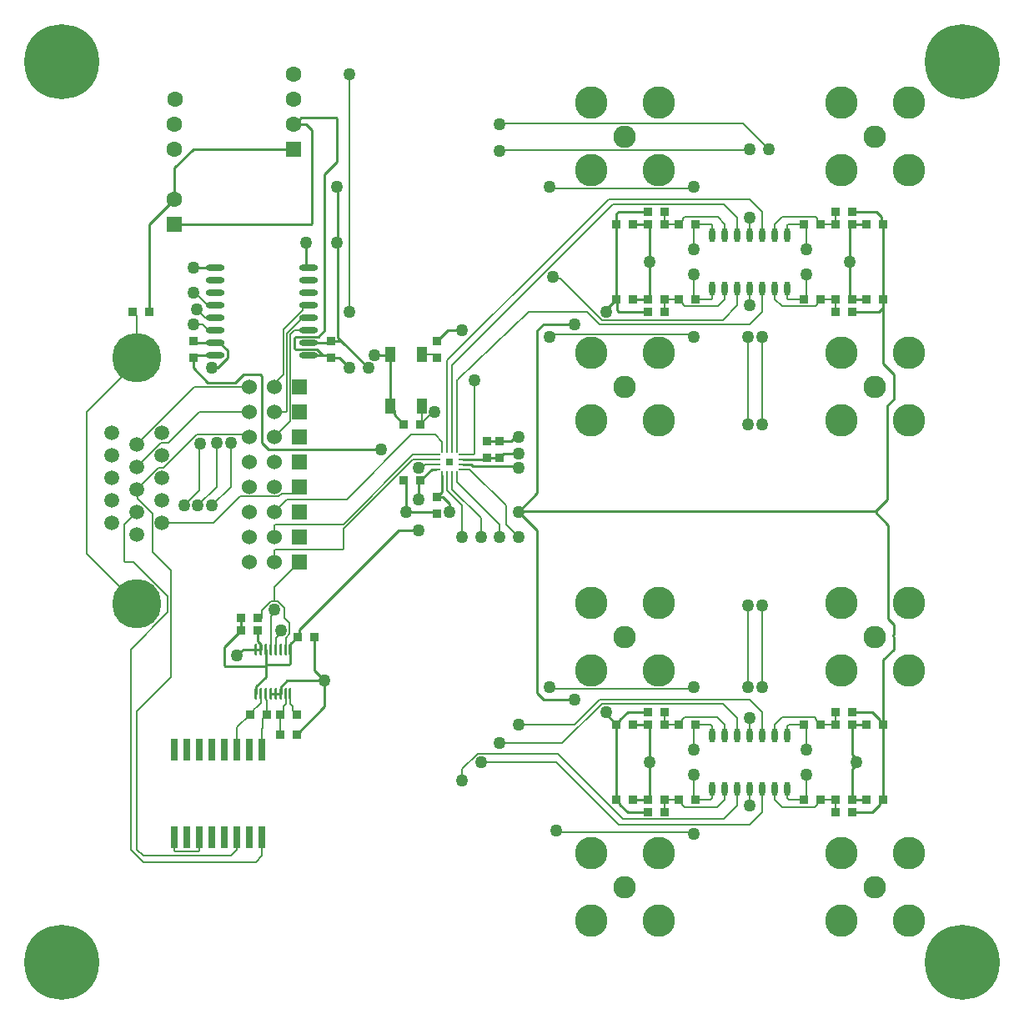
<source format=gtl>
G04*
G04 #@! TF.GenerationSoftware,Altium Limited,Altium Designer,20.1.12 (249)*
G04*
G04 Layer_Physical_Order=1*
G04 Layer_Color=255*
%FSLAX25Y25*%
%MOIN*%
G70*
G04*
G04 #@! TF.SameCoordinates,69E86C78-A60B-413B-87A9-659EDA75703A*
G04*
G04*
G04 #@! TF.FilePolarity,Positive*
G04*
G01*
G75*
%ADD14C,0.01000*%
%ADD39R,0.03740X0.03740*%
%ADD40R,0.03000X0.09000*%
%ADD41O,0.01000X0.05315*%
%ADD42R,0.03740X0.03740*%
%ADD43O,0.00984X0.03937*%
%ADD44O,0.03937X0.00984*%
%ADD45R,0.03150X0.03150*%
%ADD46O,0.07480X0.02362*%
%ADD47R,0.03937X0.06102*%
%ADD48O,0.02362X0.05709*%
%ADD49C,0.00600*%
%ADD50C,0.19685*%
%ADD51C,0.05906*%
%ADD52R,0.06299X0.06299*%
%ADD53C,0.06299*%
%ADD54C,0.02362*%
%ADD55R,0.06000X0.06000*%
%ADD56C,0.06000*%
%ADD57C,0.03000*%
%ADD58C,0.30000*%
%ADD59C,0.13000*%
%ADD60C,0.09000*%
%ADD61C,0.05000*%
D14*
X657500Y250000D02*
G03*
X657448Y250762I-5600J0D01*
G01*
X507500Y300249D02*
X650248D01*
X517500Y375000D02*
X530000D01*
X417793Y365517D02*
Y369414D01*
X418379Y370000D01*
X427500D01*
X417793Y365517D02*
X418379Y364931D01*
X426772D01*
X427500Y370000D02*
X430000Y372500D01*
X652733Y415613D02*
Y417784D01*
Y415613D02*
X653346Y415000D01*
X640846Y420000D02*
X650518D01*
X652733Y417784D01*
X515000Y307500D02*
Y372500D01*
X517500Y375000D01*
X515000Y227500D02*
X517500Y225000D01*
X530000D01*
X515000Y227500D02*
Y292500D01*
X657500Y245000D02*
Y250000D01*
X657448Y250762D02*
X657500Y250814D01*
Y255000D01*
X655400Y257100D02*
Y260806D01*
Y257100D02*
X657500Y255000D01*
X655400Y260941D02*
Y294600D01*
X655400Y260806D02*
X655400Y260941D01*
X653346Y240846D02*
X657500Y245000D01*
X653346Y215000D02*
Y240846D01*
X654707Y357793D02*
X657500Y355000D01*
Y345000D02*
Y355000D01*
X655000Y342500D02*
X657500Y345000D01*
X650248Y300249D02*
X655000Y305000D01*
Y342500D01*
X653346Y359154D02*
X654707Y357793D01*
X653346Y359154D02*
Y381611D01*
X640846Y380000D02*
X651735D01*
X653346Y381611D01*
Y385000D01*
Y415000D01*
X546654D02*
Y419153D01*
X547500Y420000D01*
X559154D01*
X546783Y380717D02*
Y384870D01*
Y380717D02*
X547500Y380000D01*
X559154D01*
X546654Y385000D02*
X546783Y384870D01*
X546654Y385000D02*
Y415000D01*
X412453Y227240D02*
Y229953D01*
X415000Y232500D02*
X430000D01*
X412453Y229953D02*
X415000Y232500D01*
X416390Y244760D02*
Y247236D01*
Y239639D02*
Y244760D01*
X402610Y227240D02*
Y230110D01*
X406547Y234047D01*
Y238349D01*
Y239053D02*
X415804D01*
X416390Y239639D01*
X459482Y292500D02*
X467500D01*
X419767Y250613D02*
Y252784D01*
X416390Y247236D02*
X419767Y250613D01*
Y252784D02*
X459482Y292500D01*
X388069Y367500D02*
X391139Y364429D01*
Y361555D02*
Y364429D01*
X387084Y357500D02*
X391139Y361555D01*
X385000Y357500D02*
X387084D01*
X383400Y351600D02*
X394100D01*
X377500Y357500D02*
X383400Y351600D01*
X394100D02*
X397500Y355000D01*
X404402D01*
X377500Y357500D02*
Y361653D01*
X405000Y327500D02*
Y354402D01*
X407500Y325000D02*
X452500D01*
X405000Y327500D02*
X407500Y325000D01*
X404402Y355000D02*
X405000Y354402D01*
X429203Y362500D02*
X431653D01*
X426772Y364931D02*
X429203Y362500D01*
X423701D02*
X429203D01*
X456201Y342165D02*
X457869Y340497D01*
Y338784D02*
Y340497D01*
Y338784D02*
X461654Y335000D01*
X489378Y318122D02*
X506878D01*
X485413Y319016D02*
X488484D01*
X489378Y318122D01*
X507500Y300000D02*
Y300000D01*
Y300000D02*
X515000Y292500D01*
X507500Y300000D02*
X515000Y307500D01*
X369917Y454916D02*
X370000Y455000D01*
X377500Y361653D02*
X378346Y362500D01*
X390000Y238700D02*
X390352Y238349D01*
X386299Y367500D02*
X388069D01*
X395000Y242500D02*
X397500Y245000D01*
X406547Y238349D02*
Y239053D01*
X402610Y244760D02*
X404579D01*
Y246917D01*
X402425Y244945D02*
Y245000D01*
Y244945D02*
X402610Y244760D01*
X410484Y227240D02*
X412453D01*
X408516D02*
X410484D01*
X422500Y398314D02*
X423314Y397500D01*
X418227Y455000D02*
X422500D01*
X417500D02*
X418227D01*
X425846Y236653D02*
X430000Y232500D01*
X424649Y415000D02*
X425000Y415351D01*
X432500Y361653D02*
X435847D01*
X435270Y369730D02*
X436654Y368347D01*
X432500D02*
X436654D01*
X435000Y430000D02*
X435270Y429730D01*
X434649Y457500D02*
X435000Y457149D01*
X467500Y305000D02*
Y311653D01*
X474154Y300000D02*
X475000Y299153D01*
Y305847D02*
X477287D01*
X475000D02*
X477047Y307894D01*
X472820Y316974D02*
X474513D01*
X474587Y317047D01*
X475000Y368347D02*
X479153Y372500D01*
X494331Y320984D02*
X495000Y321654D01*
X500000D02*
X501446Y323100D01*
X504656Y328346D02*
X506309Y330000D01*
X370000Y425000D02*
Y437500D01*
X377500Y368347D02*
X378346Y367500D01*
X390000Y238700D02*
Y245847D01*
X396654Y252500D02*
Y257500D01*
X406547Y239053D02*
Y244760D01*
X403346Y248150D02*
Y252500D01*
Y248150D02*
X404579Y246917D01*
X422500Y398314D02*
Y407500D01*
X418227Y455000D02*
X420727Y457500D01*
X425846Y236653D02*
Y250000D01*
X461654Y312500D02*
X462500Y311653D01*
Y300000D02*
Y311653D01*
X467500D02*
X468347Y312500D01*
X477047Y307894D02*
Y314587D01*
X430000Y222153D02*
Y232500D01*
X425000Y415351D02*
Y452500D01*
X435000Y440000D02*
Y457149D01*
X430000Y372500D02*
Y435000D01*
X435270Y369730D02*
Y429730D01*
X378346Y362500D02*
X386299D01*
X378346Y367500D02*
X386299D01*
X377500Y397500D02*
X386299D01*
X390352Y238349D02*
X406547D01*
X397500Y245000D02*
X402425D01*
X431653Y362500D02*
X432500Y361653D01*
X423701Y367500D02*
X431653D01*
X423314Y397500D02*
X423701D01*
X422500Y455000D02*
X425000Y452500D01*
X420727Y457500D02*
X434649D01*
X480000Y300000D02*
Y303134D01*
Y300000D02*
X480000Y300000D01*
X462500D02*
X474154D01*
X468347Y312500D02*
X472820Y316974D01*
X455875Y362509D02*
X456201Y362835D01*
X495000Y321654D02*
X500000D01*
X485413Y320984D02*
X494331D01*
X500000Y328346D02*
X504656D01*
X495000D02*
X500000D01*
X370000Y437500D02*
X377500Y445000D01*
X390000Y245847D02*
X396654Y252500D01*
X436654Y368347D02*
X447500Y357500D01*
X435847Y361653D02*
X440000Y357500D01*
X431653Y367500D02*
X432500Y368347D01*
X430000Y435000D02*
X435000Y440000D01*
X477287Y305847D02*
X480000Y303134D01*
X360000Y415000D02*
X370000Y425000D01*
X456201Y342165D02*
Y362835D01*
X360000Y380000D02*
Y415000D01*
X450004Y362509D02*
X455875D01*
X479153Y372500D02*
X485000D01*
X418847Y211000D02*
X430000Y222153D01*
X370000Y415000D02*
X424649D01*
X377500Y445000D02*
X417500D01*
X501446Y323100D02*
X507500D01*
X506878Y318122D02*
X507500Y317500D01*
X506309Y330000D02*
X507500D01*
X650248Y299751D02*
Y300249D01*
Y299751D02*
X655400Y294600D01*
X542500Y380847D02*
X546654Y385000D01*
X542500Y380000D02*
Y380847D01*
Y219153D02*
X546654Y215000D01*
X542500Y219153D02*
Y220000D01*
X546654Y185000D02*
Y215000D01*
X653346Y185000D02*
Y215000D01*
X640000Y385846D02*
X640846Y385000D01*
X640000Y385846D02*
Y400000D01*
Y414153D02*
X640846Y415000D01*
X640000Y400000D02*
Y414153D01*
X559154Y385000D02*
X560000Y385846D01*
Y400000D01*
X559154Y415000D02*
X560000Y414153D01*
Y400000D02*
Y414153D01*
X640846Y385000D02*
X646654D01*
X640846Y415000D02*
X646654D01*
X553346D02*
X559154D01*
X553346Y385000D02*
X559154D01*
X640846Y202844D02*
Y215000D01*
Y202844D02*
X642500Y201191D01*
Y200000D02*
Y201191D01*
X640846Y185000D02*
Y197156D01*
X642500Y198809D01*
Y200000D01*
X548024Y183059D02*
X551082Y180000D01*
X559154D01*
X640846Y215000D02*
X646654D01*
X560000Y200000D02*
Y214154D01*
X559154Y215000D02*
X560000Y214154D01*
X648918Y220000D02*
X651976Y216941D01*
X640846Y220000D02*
X648918D01*
X640846Y185000D02*
X646654D01*
X651976Y216370D02*
Y216941D01*
Y216370D02*
X653346Y215000D01*
X553346D02*
X557500D01*
X559154Y185000D02*
X560000Y185846D01*
Y200000D01*
X548024Y216370D02*
Y216941D01*
X551082Y220000D01*
X546654Y215000D02*
X548024Y216370D01*
X551082Y220000D02*
X559154D01*
X553346Y185000D02*
X559154D01*
X648918Y180000D02*
X651976Y183059D01*
Y183630D02*
X653346Y185000D01*
X651976Y183059D02*
Y183630D01*
X548024Y183059D02*
Y183630D01*
X640846Y180000D02*
X648918D01*
X546654Y185000D02*
X548024Y183630D01*
D39*
X468347Y335000D02*
D03*
X461654D02*
D03*
X360000Y380000D02*
D03*
X353307D02*
D03*
X406847Y219000D02*
D03*
X400153D02*
D03*
X419153Y250000D02*
D03*
X425846D02*
D03*
X468347Y312500D02*
D03*
X461654D02*
D03*
X412153Y211000D02*
D03*
X418847D02*
D03*
Y219000D02*
D03*
X412153D02*
D03*
X396654Y252500D02*
D03*
X403346D02*
D03*
X396654Y257500D02*
D03*
X403346D02*
D03*
X571654Y215000D02*
D03*
X578346D02*
D03*
X546654D02*
D03*
X553346D02*
D03*
X559154Y220000D02*
D03*
X565846D02*
D03*
X559154Y215000D02*
D03*
X565846D02*
D03*
X571654Y185000D02*
D03*
X578346D02*
D03*
X559154D02*
D03*
X565846D02*
D03*
X559154Y180000D02*
D03*
X565846D02*
D03*
X653346Y415000D02*
D03*
X646654D02*
D03*
X628346D02*
D03*
X621654D02*
D03*
X640846Y420000D02*
D03*
X634154D02*
D03*
X640846Y415000D02*
D03*
X634154D02*
D03*
X571654D02*
D03*
X578346D02*
D03*
X559154Y420000D02*
D03*
X565846D02*
D03*
X559154Y415000D02*
D03*
X565846D02*
D03*
X653346Y215000D02*
D03*
X646654D02*
D03*
X653346Y185000D02*
D03*
X646654D02*
D03*
X546654Y415000D02*
D03*
X553346D02*
D03*
X653346Y385000D02*
D03*
X646654D02*
D03*
X628346D02*
D03*
X621654D02*
D03*
X640846Y380000D02*
D03*
X634154D02*
D03*
X640846Y385000D02*
D03*
X634154D02*
D03*
X559154D02*
D03*
X565846D02*
D03*
X628346Y215000D02*
D03*
X621654D02*
D03*
X640846Y220000D02*
D03*
X634154D02*
D03*
X640846Y215000D02*
D03*
X634154D02*
D03*
X628346Y185000D02*
D03*
X621654D02*
D03*
X640846Y180000D02*
D03*
X634154D02*
D03*
X640846Y185000D02*
D03*
X634154D02*
D03*
X546654Y385000D02*
D03*
X553346D02*
D03*
X546654Y185000D02*
D03*
X553346D02*
D03*
X571654Y385000D02*
D03*
X578346D02*
D03*
X559154Y380000D02*
D03*
X565846D02*
D03*
D40*
X390000Y170000D02*
D03*
X385000D02*
D03*
X380000D02*
D03*
X395000D02*
D03*
X400000D02*
D03*
X405000D02*
D03*
X370000D02*
D03*
X375000D02*
D03*
X405000Y205000D02*
D03*
X370000D02*
D03*
X375000D02*
D03*
X380000D02*
D03*
X385000D02*
D03*
X400000D02*
D03*
X395000D02*
D03*
X390000D02*
D03*
D41*
X402610Y227240D02*
D03*
X404579D02*
D03*
X406547D02*
D03*
X408516D02*
D03*
X410484D02*
D03*
X412453D02*
D03*
X414421D02*
D03*
X416390D02*
D03*
X402610Y244760D02*
D03*
X404579D02*
D03*
X406547D02*
D03*
X408516D02*
D03*
X410484D02*
D03*
X412453D02*
D03*
X414421D02*
D03*
X416390D02*
D03*
D42*
X475000Y305847D02*
D03*
Y299153D02*
D03*
Y368347D02*
D03*
Y361653D02*
D03*
X500000Y321654D02*
D03*
Y328346D02*
D03*
X377500Y361653D02*
D03*
Y368347D02*
D03*
X432500D02*
D03*
Y361653D02*
D03*
X495000Y321654D02*
D03*
Y328346D02*
D03*
D43*
X477047Y314587D02*
D03*
X479016D02*
D03*
X480984D02*
D03*
X482953D02*
D03*
Y325413D02*
D03*
X480984D02*
D03*
X479016D02*
D03*
X477047D02*
D03*
D44*
X485413Y317047D02*
D03*
Y319016D02*
D03*
Y320984D02*
D03*
Y322953D02*
D03*
X474587D02*
D03*
Y320984D02*
D03*
Y319016D02*
D03*
Y317047D02*
D03*
D45*
X480000Y320000D02*
D03*
D46*
X423701Y362500D02*
D03*
Y367500D02*
D03*
Y372500D02*
D03*
Y377500D02*
D03*
Y382500D02*
D03*
Y387500D02*
D03*
Y392500D02*
D03*
Y397500D02*
D03*
X386299Y362500D02*
D03*
Y367500D02*
D03*
Y372500D02*
D03*
Y377500D02*
D03*
Y382500D02*
D03*
Y387500D02*
D03*
Y392500D02*
D03*
Y397500D02*
D03*
D47*
X468799Y362835D02*
D03*
X456201D02*
D03*
X468799Y342165D02*
D03*
X456201D02*
D03*
D48*
X615000Y210728D02*
D03*
X610000D02*
D03*
X605000D02*
D03*
X600000D02*
D03*
X595000D02*
D03*
X590000D02*
D03*
X585000D02*
D03*
X615000Y189272D02*
D03*
X610000D02*
D03*
X605000D02*
D03*
X600000D02*
D03*
X595000D02*
D03*
X590000D02*
D03*
X585000D02*
D03*
X615000Y410728D02*
D03*
X610000D02*
D03*
X605000D02*
D03*
X600000D02*
D03*
X595000D02*
D03*
X590000D02*
D03*
X585000D02*
D03*
X615000Y389272D02*
D03*
X610000D02*
D03*
X605000D02*
D03*
X600000D02*
D03*
X595000D02*
D03*
X590000D02*
D03*
X585000D02*
D03*
D49*
X524203Y393297D02*
X540900Y376600D01*
X521703Y393297D02*
X524203D01*
X521154Y393846D02*
X521703Y393297D01*
X511561Y380000D02*
X535000D01*
X483304Y353056D02*
X511561Y380000D01*
X520842Y370842D02*
X522493D01*
X522551Y370900D01*
X535000Y380000D02*
X540000Y375000D01*
X575409Y370900D02*
X576309Y370000D01*
X522551Y370900D02*
X575409D01*
X480984Y358484D02*
X545270Y422770D01*
X589730D01*
X543495Y425000D02*
X600000D01*
X523495Y405000D02*
X543495Y425000D01*
X523495Y405000D02*
X523495D01*
X479016Y360521D02*
X523495Y405000D01*
X414548Y340000D02*
X414900Y340352D01*
X410000Y351300D02*
X413700Y355000D01*
X416100Y336627D02*
X416115Y336612D01*
X414900Y371258D02*
X421142Y377500D01*
X416100Y336627D02*
Y370748D01*
X410000Y350000D02*
Y351300D01*
X416115Y336115D02*
Y336612D01*
X416100Y370748D02*
X417851Y372500D01*
X410000Y330000D02*
X416115Y336115D01*
X413700Y355000D02*
Y373001D01*
X414900Y340352D02*
Y371258D01*
X410000Y340000D02*
X414548D01*
X413700Y373001D02*
X421117Y380419D01*
X520000Y370000D02*
X520842Y370842D01*
X485000Y290000D02*
Y302500D01*
X479016Y308484D02*
Y314587D01*
Y308484D02*
X485000Y302500D01*
X468799Y335453D02*
X473347Y340000D01*
X473900D01*
X468347Y335000D02*
X468799Y335453D01*
X464650Y330900D02*
X474100D01*
X438750Y305000D02*
X464650Y330900D01*
X474100D02*
X477047Y327953D01*
Y325413D02*
Y327953D01*
X502500Y295000D02*
Y302500D01*
X488078Y316922D02*
X502500Y302500D01*
X487235Y316974D02*
X487287Y316922D01*
X485413Y317047D02*
X485487Y316974D01*
X487235D01*
X487287Y316922D02*
X488078D01*
X355000Y165000D02*
X357500Y162500D01*
X355000Y308976D02*
X355325Y308651D01*
Y305124D02*
Y308651D01*
X354877Y361776D02*
X355000Y361653D01*
X353307Y380000D02*
X354877Y378430D01*
X363524Y317500D02*
X365508D01*
X364547Y327500D02*
X367500D01*
X370000Y164600D02*
X370352Y164249D01*
X369917Y445084D02*
X370000Y445000D01*
X379648Y164249D02*
X380000Y164600D01*
Y327184D02*
X380158Y327342D01*
X376600Y328592D02*
Y328592D01*
X378908Y330900D01*
X377500Y375000D02*
X381240D01*
X378831Y380900D02*
X382231Y377500D01*
X377504Y387509D02*
X378255D01*
X392500Y162500D02*
X394952Y164952D01*
Y169951D02*
X395000Y170000D01*
X405000Y213177D02*
X405276Y213453D01*
Y217430D02*
X406847Y219000D01*
X403211Y222315D02*
X404579Y223683D01*
X403180Y222315D02*
X403211D01*
X401724Y220859D02*
X403180Y222315D01*
X401724Y220570D02*
Y220859D01*
X406547Y224974D02*
X406847Y224675D01*
X406547Y224974D02*
Y227240D01*
X405000Y257500D02*
Y260708D01*
X413724Y222385D02*
X414421Y223083D01*
X413724Y220570D02*
Y222385D01*
X412153Y219000D02*
X413724Y220570D01*
X410484Y249707D02*
X412500Y251723D01*
Y252500D01*
X408516Y258225D02*
X410000Y259709D01*
X414070Y257500D02*
Y261638D01*
X410000Y259709D02*
Y260900D01*
Y264300D02*
X411408D01*
X408592D02*
X410000D01*
Y270000D01*
Y284648D02*
X410352Y285000D01*
X410000Y294649D02*
X410352Y295000D01*
X410000Y290000D02*
Y294649D01*
X411615Y306100D02*
X412815Y307300D01*
X417276Y220570D02*
X418847Y219000D01*
X417276Y220570D02*
Y222291D01*
X416390Y223177D02*
X417276Y222291D01*
X417300Y307300D02*
X420000Y310000D01*
X421117Y381686D02*
X421932Y382500D01*
X421117Y380419D02*
Y381686D01*
X437149Y285000D02*
X437500Y285351D01*
X468691Y317500D02*
X470206Y319016D01*
X467500Y317500D02*
X468691D01*
X473819Y362835D02*
X475000Y361653D01*
X485000Y192500D02*
Y197308D01*
X482953Y352704D02*
X483304Y353056D01*
X489547Y322953D02*
X490000Y323406D01*
X500000Y290000D02*
Y295000D01*
Y444400D02*
X500200Y444600D01*
X500000Y455000D02*
X500400Y455400D01*
X350000Y280351D02*
X350352Y280000D01*
X355000Y360000D02*
Y361653D01*
X354877Y361776D02*
Y378430D01*
X370000Y164600D02*
Y170000D01*
X380000Y164600D02*
Y170000D01*
X378255Y387509D02*
X383263Y382500D01*
X394952Y164952D02*
Y169951D01*
X395000Y205000D02*
Y213846D01*
X402500Y160000D02*
X405000Y162500D01*
Y205000D02*
Y213177D01*
X405276Y213453D02*
Y217430D01*
X404579Y223683D02*
Y227240D01*
X406847Y219000D02*
Y224675D01*
X412153Y211000D02*
Y219000D01*
X414421Y223083D02*
Y227240D01*
Y244760D02*
Y249613D01*
X408516Y244760D02*
Y258225D01*
X410484Y244760D02*
Y249707D01*
X411408Y264300D02*
X414070Y261638D01*
X410000Y280000D02*
Y284648D01*
Y300000D02*
X415000Y305000D01*
X416390Y223177D02*
Y227240D01*
X468799Y335453D02*
Y342165D01*
X480984Y309016D02*
Y314587D01*
X482953Y312047D02*
Y314587D01*
Y325413D02*
Y352704D01*
X335000Y283268D02*
Y340000D01*
X350000Y280351D02*
Y295000D01*
X355000Y165000D02*
Y220360D01*
X352500Y165000D02*
Y245000D01*
Y165000D02*
X357500Y160000D01*
X367251Y259752D02*
Y266208D01*
X361147Y283976D02*
Y299301D01*
X380000Y308700D02*
Y327184D01*
X386900Y310000D02*
Y327500D01*
X392500Y310000D02*
Y327500D01*
X405000Y162500D02*
Y170000D01*
X437500Y285351D02*
Y293359D01*
X479016Y325413D02*
Y360521D01*
X480984Y325413D02*
Y358484D01*
X490000Y323406D02*
Y352500D01*
X492500Y290000D02*
Y297500D01*
X368451Y233812D02*
Y276672D01*
X370352Y164249D02*
X379648D01*
X365000Y295512D02*
X385512D01*
X383740Y372500D02*
X386299D01*
X381240Y375000D02*
X383740Y372500D01*
X382231Y377500D02*
X386299D01*
X383263Y382500D02*
X386299D01*
X400153Y219000D02*
X401724Y220570D01*
X414421Y249613D02*
X415900Y251092D01*
Y255670D01*
X412815Y307300D02*
X417300D01*
X396100Y306100D02*
X411615D01*
X399100Y330900D02*
X400000Y330000D01*
X440027Y380027D02*
X440054Y380000D01*
X421932Y382500D02*
X423701D01*
X421142Y377500D02*
X423701D01*
X440000Y475000D02*
X440027Y474973D01*
X470206Y319016D02*
X474587D01*
X465125Y320984D02*
X474587D01*
X465396Y322953D02*
X474587D01*
X468799Y362835D02*
X473819D01*
X485413Y322953D02*
X489547D01*
X350352Y280000D02*
X353460D01*
X335000Y283268D02*
X355000Y263268D01*
X350000Y295000D02*
X355000Y300000D01*
X361147Y283976D02*
X368451Y276672D01*
X373800Y302500D02*
X380000Y308700D01*
X379400Y302500D02*
X386900Y310000D01*
X367500Y327500D02*
X380000Y340000D01*
X395000Y213846D02*
X400153Y219000D01*
X414070Y257500D02*
X415900Y255670D01*
X405000Y260708D02*
X408592Y264300D01*
X485000Y197308D02*
X491092Y203400D01*
X335000Y340000D02*
X355000Y360000D01*
X365508Y317500D02*
X376600Y328592D01*
X440027Y380027D02*
Y474973D01*
X357500Y162500D02*
X392500D01*
X378908Y330900D02*
X399100D01*
X380000Y340000D02*
X400000D01*
X378071Y350000D02*
X400000D01*
X410352Y285000D02*
X437149D01*
X410352Y295000D02*
X437443D01*
X415000Y305000D02*
X438750D01*
X417851Y372500D02*
X423701D01*
X357500Y160000D02*
X402500D01*
X353460Y280000D02*
X367251Y266208D01*
X385000Y302500D02*
X392500Y310000D01*
X385512Y295512D02*
X396100Y306100D01*
X355325Y305124D02*
X361147Y299301D01*
X355000Y308976D02*
X363524Y317500D01*
X355000Y326929D02*
X378071Y350000D01*
X410000Y270000D02*
X420000Y280000D01*
X437500Y293359D02*
X465125Y320984D01*
X437443Y295000D02*
X465396Y322953D01*
X480984Y309016D02*
X492500Y297500D01*
X482953Y312047D02*
X500000Y295000D01*
X352500Y245000D02*
X367251Y259752D01*
X355000Y220360D02*
X368451Y233812D01*
X355000Y317953D02*
X364547Y327500D01*
X491092Y203400D02*
X523241D01*
X492500Y200000D02*
X522500D01*
X500000Y207500D02*
X525000D01*
X540900Y223400D01*
X523241Y203400D02*
X549411Y177230D01*
X507500Y215000D02*
X530000D01*
X540000Y225000D01*
X522500Y200000D02*
X547500Y175000D01*
X600000D01*
X549411Y177230D02*
X589730D01*
X595000Y182500D01*
X502500Y295000D02*
X507500Y290000D01*
X540900Y376600D02*
X589100D01*
X595000Y382500D01*
X575573Y229100D02*
X576473Y230000D01*
X577500D01*
X520900Y229100D02*
X575573D01*
X520000Y230000D02*
X520900Y229100D01*
X540900Y223400D02*
X589100D01*
X595000Y217500D01*
X500400Y455400D02*
X597100D01*
X607500Y445000D01*
X500200Y444600D02*
X599600D01*
X600000Y445000D01*
X605000Y410728D02*
Y420000D01*
X600000Y425000D02*
X605000Y420000D01*
X600000Y410728D02*
Y417500D01*
X599400Y335000D02*
Y370000D01*
X600000Y382500D02*
Y389272D01*
Y375000D02*
X605000Y380000D01*
X540000Y375000D02*
X600000D01*
X605000Y380000D02*
Y389272D01*
X599400Y230000D02*
Y262500D01*
X605000Y335000D02*
Y370000D01*
Y230000D02*
Y262500D01*
X595000Y382500D02*
Y389272D01*
X589730Y422770D02*
X595000Y417500D01*
Y410728D02*
Y417500D01*
X590000Y410728D02*
Y415000D01*
X587230Y417770D02*
X590000Y415000D01*
X573845Y417770D02*
X587230D01*
X576800Y430000D02*
X577500D01*
X522551Y429100D02*
X575900D01*
X520842Y429158D02*
X522493D01*
X575900Y429100D02*
X576800Y430000D01*
X520000D02*
X520842Y429158D01*
X522493D02*
X522551Y429100D01*
X573224Y416570D02*
Y417148D01*
X573845Y417770D01*
X571654Y415000D02*
X573224Y416570D01*
X577500Y414153D02*
X578346Y415000D01*
X577500Y405000D02*
Y414153D01*
Y385846D02*
X578346Y385000D01*
X577500Y385846D02*
Y395000D01*
X576309Y370000D02*
X577500D01*
X621654Y415000D02*
X622500Y414153D01*
Y405000D02*
Y414153D01*
X621654Y385000D02*
X622500Y385846D01*
Y395000D01*
X610000Y415000D02*
X612770Y417770D01*
X610000Y410728D02*
Y415000D01*
X612770Y417770D02*
X626155D01*
X612770Y382230D02*
X626155D01*
X610000Y385000D02*
X612770Y382230D01*
X610000Y385000D02*
Y389272D01*
X587230Y382230D02*
X590000Y385000D01*
X573845Y382230D02*
X587230D01*
X590000Y385000D02*
Y389272D01*
X626776Y416570D02*
Y417148D01*
X626155Y417770D02*
X626776Y417148D01*
Y416570D02*
X628346Y415000D01*
X626776Y382852D02*
Y383430D01*
X626155Y382230D02*
X626776Y382852D01*
Y383430D02*
X628346Y385000D01*
X573224Y382852D02*
Y383430D01*
X571654Y385000D02*
X573224Y383430D01*
Y382852D02*
X573845Y382230D01*
X578346Y385000D02*
X584649D01*
X585000Y385351D02*
Y389272D01*
X584649Y385000D02*
X585000Y385351D01*
X615351Y385000D02*
X621654D01*
X615000Y385351D02*
Y389272D01*
Y385351D02*
X615351Y385000D01*
X634154Y380000D02*
Y385000D01*
X628346D02*
X634154D01*
Y415000D02*
Y420000D01*
X628346Y415000D02*
X634154D01*
X615351D02*
X621654D01*
X615000Y410728D02*
Y414648D01*
X615351Y415000D01*
X565846D02*
Y420000D01*
Y415000D02*
X571654D01*
X578346D02*
X584649D01*
X585000Y410728D02*
Y414648D01*
X584649Y415000D02*
X585000Y414648D01*
X565846Y380000D02*
Y385000D01*
X571654D01*
X605000Y180000D02*
Y189272D01*
X600000Y175000D02*
X605000Y180000D01*
Y210728D02*
Y220000D01*
X540000Y225000D02*
X600000D01*
X605000Y220000D01*
X595000Y182500D02*
Y189272D01*
Y210728D02*
Y217500D01*
X612770Y217770D02*
X625865D01*
X626687Y216659D02*
X628346Y215000D01*
X626687Y216659D02*
Y216948D01*
X625865Y217770D02*
X626687Y216948D01*
X610000Y210728D02*
Y215000D01*
X612770Y217770D01*
X612970Y182030D02*
X625948D01*
X610000Y185000D02*
Y189272D01*
Y185000D02*
X612970Y182030D01*
X574052D02*
X587030D01*
X590000Y185000D02*
Y189272D01*
X587030Y182030D02*
X590000Y185000D01*
X574052Y217970D02*
X587030D01*
X589943Y215057D01*
Y210785D02*
Y215057D01*
Y210785D02*
X590000Y210728D01*
X621654Y215000D02*
X622500Y214154D01*
Y205000D02*
Y214154D01*
X621654Y185000D02*
X622500Y185846D01*
Y195000D01*
X626976Y183630D02*
X628346Y185000D01*
X626976Y183059D02*
Y183630D01*
X625948Y182030D02*
X626976Y183059D01*
X522500Y172500D02*
X523050Y171950D01*
X576950D01*
X577500Y171400D01*
Y214154D02*
X578346Y215000D01*
X577500Y205000D02*
Y214154D01*
X584414Y185000D02*
X585000Y185586D01*
Y189272D01*
X578346Y185000D02*
X584414D01*
X600000Y210728D02*
Y217500D01*
Y182500D02*
Y189272D01*
X615586Y215000D02*
X621654D01*
X628346D02*
X634154D01*
Y180000D02*
Y185000D01*
X615000Y214414D02*
X615586Y215000D01*
X615000Y210728D02*
Y214414D01*
X634154Y215000D02*
Y220000D01*
X615000Y185586D02*
Y189272D01*
X571654Y215000D02*
X573024Y216370D01*
X615586Y185000D02*
X621654D01*
X615000Y185586D02*
X615586Y185000D01*
X565846Y215000D02*
Y220000D01*
X573024Y216370D02*
Y216941D01*
X565846Y180000D02*
Y185000D01*
X577500Y185846D02*
X578346Y185000D01*
X565846Y215000D02*
X571654D01*
X578733D02*
X584414D01*
X585000Y210728D02*
Y214414D01*
X584414Y215000D02*
X585000Y214414D01*
X573024Y183059D02*
X574052Y182030D01*
X571654Y185000D02*
X573024Y183630D01*
Y183059D02*
Y183630D01*
X565846Y185000D02*
X571654D01*
X573024Y216941D02*
X574052Y217970D01*
X628346Y185000D02*
X634154D01*
X577500Y185846D02*
Y195000D01*
D50*
X355000Y361653D02*
D03*
Y263268D02*
D03*
D51*
X365000Y295512D02*
D03*
X355000Y291024D02*
D03*
Y326929D02*
D03*
X365000Y304488D02*
D03*
X355000Y300000D02*
D03*
X365000Y313465D02*
D03*
X355000Y308976D02*
D03*
X365000Y322441D02*
D03*
X355000Y317953D02*
D03*
X365000Y331417D02*
D03*
X345000D02*
D03*
Y322441D02*
D03*
Y313465D02*
D03*
Y304488D02*
D03*
Y295512D02*
D03*
D52*
X370000Y415000D02*
D03*
X417500Y445000D02*
D03*
D53*
X370000D02*
D03*
Y455000D02*
D03*
Y425000D02*
D03*
X370257Y465018D02*
D03*
X417500Y455000D02*
D03*
Y465000D02*
D03*
Y475000D02*
D03*
D54*
X480000Y320000D02*
D03*
D55*
X420000Y300000D02*
D03*
Y340000D02*
D03*
Y280000D02*
D03*
Y320000D02*
D03*
Y310000D02*
D03*
Y350000D02*
D03*
Y330000D02*
D03*
Y290000D02*
D03*
D56*
X410000Y300000D02*
D03*
X400000D02*
D03*
X410000Y340000D02*
D03*
X400000D02*
D03*
X410000Y280000D02*
D03*
X400000D02*
D03*
X410000Y320000D02*
D03*
X400000D02*
D03*
X410000Y310000D02*
D03*
X400000D02*
D03*
X410000Y350000D02*
D03*
X400000D02*
D03*
X410000Y330000D02*
D03*
X400000D02*
D03*
X410000Y290000D02*
D03*
X400000D02*
D03*
D57*
X325000Y491250D02*
D03*
X336250Y480000D02*
D03*
X325000Y468750D02*
D03*
X313750Y480000D02*
D03*
X315158Y485906D02*
D03*
X319094Y489843D02*
D03*
Y470157D02*
D03*
X334842Y474094D02*
D03*
X330906Y489843D02*
D03*
X315158Y474094D02*
D03*
X330906Y470157D02*
D03*
X334842Y485906D02*
D03*
X694842D02*
D03*
X690906Y470157D02*
D03*
X675157Y474094D02*
D03*
X690906Y489843D02*
D03*
X694842Y474094D02*
D03*
X679095Y470157D02*
D03*
Y489843D02*
D03*
X675157Y485906D02*
D03*
X673750Y480000D02*
D03*
X685000Y468750D02*
D03*
X696250Y480000D02*
D03*
X685000Y491250D02*
D03*
X694842Y125906D02*
D03*
X690906Y110158D02*
D03*
X675157Y114094D02*
D03*
X690906Y129842D02*
D03*
X694842Y114094D02*
D03*
X679095Y110158D02*
D03*
Y129842D02*
D03*
X675157Y125906D02*
D03*
X673750Y120000D02*
D03*
X685000Y108750D02*
D03*
X696250Y120000D02*
D03*
X685000Y131250D02*
D03*
X334842Y125906D02*
D03*
X330906Y110158D02*
D03*
X315158Y114094D02*
D03*
X330906Y129842D02*
D03*
X334842Y114094D02*
D03*
X319094Y110158D02*
D03*
Y129842D02*
D03*
X315158Y125906D02*
D03*
X313750Y120000D02*
D03*
X325000Y108750D02*
D03*
X336250Y120000D02*
D03*
X325000Y131250D02*
D03*
D58*
Y480000D02*
D03*
X685000D02*
D03*
Y120000D02*
D03*
X325000D02*
D03*
D59*
X636500Y436500D02*
D03*
Y463500D02*
D03*
X663500D02*
D03*
Y436500D02*
D03*
X536500D02*
D03*
Y463500D02*
D03*
X563500D02*
D03*
Y436500D02*
D03*
X536500Y336500D02*
D03*
Y363500D02*
D03*
X563500D02*
D03*
Y336500D02*
D03*
X636500D02*
D03*
Y363500D02*
D03*
X663500D02*
D03*
Y336500D02*
D03*
X636500Y236500D02*
D03*
Y263500D02*
D03*
X663500D02*
D03*
Y236500D02*
D03*
X536500D02*
D03*
Y263500D02*
D03*
X563500D02*
D03*
Y236500D02*
D03*
X636500Y136500D02*
D03*
Y163500D02*
D03*
X663500D02*
D03*
Y136500D02*
D03*
X536500D02*
D03*
Y163500D02*
D03*
X563500D02*
D03*
Y136500D02*
D03*
D60*
X650000Y450000D02*
D03*
X550000D02*
D03*
Y350000D02*
D03*
X650000D02*
D03*
Y250000D02*
D03*
X550000D02*
D03*
X650000Y150000D02*
D03*
X550000D02*
D03*
D61*
X530000Y375000D02*
D03*
X520000Y370000D02*
D03*
X473900Y340000D02*
D03*
X385000Y357500D02*
D03*
X412500Y252500D02*
D03*
X452500Y325000D02*
D03*
X467500Y292500D02*
D03*
X485000Y372500D02*
D03*
X500000Y444400D02*
D03*
X379400Y302500D02*
D03*
X380158Y327342D02*
D03*
X386900Y327500D02*
D03*
X395000Y242500D02*
D03*
X435000Y407500D02*
D03*
Y430000D02*
D03*
X467500Y305000D02*
D03*
Y317500D02*
D03*
X485000Y192500D02*
D03*
X492500Y200000D02*
D03*
X500000Y207500D02*
D03*
Y455000D02*
D03*
X485000Y290000D02*
D03*
X492500D02*
D03*
X500000D02*
D03*
X378831Y380900D02*
D03*
X377504Y387509D02*
D03*
X410000Y260900D02*
D03*
X440054Y380000D02*
D03*
X440000Y475000D02*
D03*
X480000Y300000D02*
D03*
X462500D02*
D03*
X373800Y302500D02*
D03*
X385000D02*
D03*
X377500Y375000D02*
D03*
Y397500D02*
D03*
X392500Y327500D02*
D03*
X430000Y232500D02*
D03*
X490000Y352500D02*
D03*
X447500Y357500D02*
D03*
X440000D02*
D03*
X450004Y362509D02*
D03*
X422500Y407500D02*
D03*
X507500Y323100D02*
D03*
Y317500D02*
D03*
X521154Y393846D02*
D03*
X507500Y215000D02*
D03*
Y300000D02*
D03*
Y290000D02*
D03*
Y330000D02*
D03*
X542500Y380000D02*
D03*
X530000Y225000D02*
D03*
X542500Y220000D02*
D03*
X607500Y445000D02*
D03*
X600000D02*
D03*
Y417500D02*
D03*
X599400Y370000D02*
D03*
X600000Y382500D02*
D03*
X599400Y335000D02*
D03*
Y262500D02*
D03*
Y230000D02*
D03*
X605000Y370000D02*
D03*
Y335000D02*
D03*
Y262500D02*
D03*
Y230000D02*
D03*
X640000Y400000D02*
D03*
X560000D02*
D03*
X520000Y430000D02*
D03*
X577500D02*
D03*
Y405000D02*
D03*
Y395000D02*
D03*
Y370000D02*
D03*
X622500Y405000D02*
D03*
Y395000D02*
D03*
X520000Y230000D02*
D03*
X577500D02*
D03*
X622500Y205000D02*
D03*
X642500Y200000D02*
D03*
X622500Y195000D02*
D03*
X577500Y171400D02*
D03*
X522500Y172500D02*
D03*
X560000Y200000D02*
D03*
X577500Y205000D02*
D03*
Y195000D02*
D03*
X600000Y182500D02*
D03*
Y217500D02*
D03*
M02*

</source>
